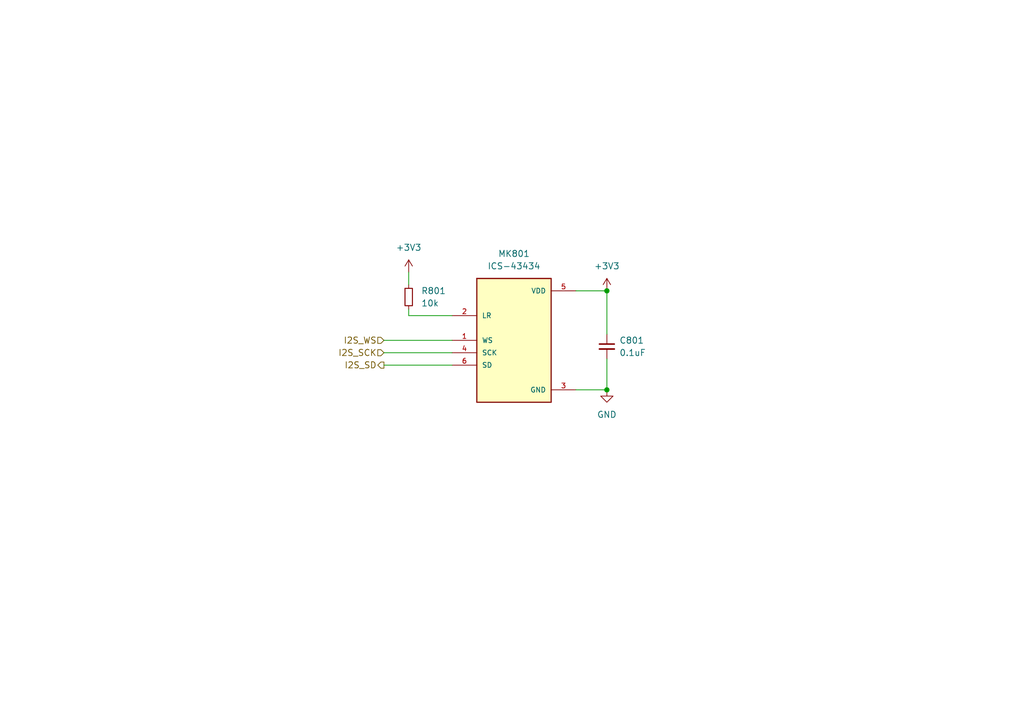
<source format=kicad_sch>
(kicad_sch (version 20211123) (generator eeschema)
  (paper "A5")
  (title_block (title "${Title}") (date "2022-06-24") (rev "${Revision}") (company "Connor Rigby") (comment 1 "https://github.com/miata-bot/can-link") (comment 2 "https://cone.codes"))
  (lib_symbols
    (symbol "ConeCodes:ICS-43434" (pin_names (offset 1.016))
      (property "Reference" "MK" (at -7.6708 12.7762 0))
      (property "Value" "ICS-43434" (at -7.6708 -15.3416 0))
      (symbol "ICS-43434_0_0"
        (rectangle (start -7.62 -12.7) (end 7.62 12.7) (stroke (width 0.254)) (fill (type background)))
        (pin input line (at -12.7 0 0) (length 5.08) (name "WS") (number "1"))
        (pin input line (at -12.7 5.08 0) (length 5.08) (name "LR") (number "2"))
        (pin power_in line (at 12.7 -10.16 180) (length 5.08) (name "GND") (number "3"))
        (pin input line (at -12.7 -2.54 0) (length 5.08) (name "SCK") (number "4"))
        (pin power_in line (at 12.7 10.16 180) (length 5.08) (name "VDD") (number "5"))
        (pin output line (at -12.7 -5.08 0) (length 5.08) (name "SD") (number "6"))
      )
    )
    (symbol "Device:C_Small" (pin_numbers hide) (pin_names (offset 0.254) hide)
      (property "Reference" "C" (at 0.254 1.778 0))
      (property "Value" "C_Small" (at 0.254 -2.032 0))
      (symbol "C_Small_0_1"
        (polyline (pts (xy -1.524 -0.508) (xy 1.524 -0.508)) (stroke (width 0.3302)))
        (polyline (pts (xy -1.524 0.508) (xy 1.524 0.508)) (stroke (width 0.3048)))
      )
      (symbol "C_Small_1_1"
        (pin passive line (at 0 2.54 270) (length 2.032) (name "~") (number "1"))
        (pin passive line (at 0 -2.54 90) (length 2.032) (name "~") (number "2"))
      )
    )
    (symbol "Device:R_Small" (pin_numbers hide) (pin_names (offset 0.254) hide)
      (property "Reference" "R" (at 0.762 0.508 0))
      (property "Value" "R_Small" (at 0.762 -1.016 0))
      (symbol "R_Small_0_1"
        (rectangle (start -0.762 1.778) (end 0.762 -1.778) (stroke (width 0.2032)))
      )
      (symbol "R_Small_1_1"
        (pin passive line (at 0 2.54 270) (length 0.762) (name "~") (number "1"))
        (pin passive line (at 0 -2.54 90) (length 0.762) (name "~") (number "2"))
      )
    )
    (symbol "power:+3V3" (power) (pin_names (offset 0))
      (property "Value" "+3V3" (at 0 3.556 0))
      (symbol "+3V3_0_1"
        (polyline (pts (xy -0.762 1.27) (xy 0 2.54)))
        (polyline (pts (xy 0 0) (xy 0 2.54)))
        (polyline (pts (xy 0 2.54) (xy 0.762 1.27)))
      )
      (symbol "+3V3_1_1"
        (pin power_in line (at 0 0 90) (length 0) hide (name "+3V3") (number "1"))
      )
    )
    (symbol "power:GND" (power) (pin_names (offset 0))
      (property "Value" "GND" (at 0 -3.81 0))
      (symbol "GND_0_1"
        (polyline (pts (xy 0 0) (xy 0 -1.27) (xy 1.27 -1.27) (xy 0 -2.54) (xy -1.27 -1.27) (xy 0 -1.27)))
      )
      (symbol "GND_1_1"
        (pin power_in line (at 0 0 270) (length 0) hide (name "GND") (number "1"))
      )
    )
  )
  (junction (at 124.46 80.01))
  (junction (at 124.46 59.69))
  (wire (pts (xy 78.74 72.39) (xy 92.71 72.39)))
  (wire (pts (xy 124.46 80.01) (xy 124.46 73.66)))
  (wire (pts (xy 124.46 68.58) (xy 124.46 59.69)))
  (wire (pts (xy 83.82 64.77) (xy 92.71 64.77)))
  (wire (pts (xy 78.74 69.85) (xy 92.71 69.85)))
  (wire (pts (xy 124.46 59.69) (xy 118.11 59.69)))
  (wire (pts (xy 78.74 74.93) (xy 92.71 74.93)))
  (wire (pts (xy 118.11 80.01) (xy 124.46 80.01)))
  (wire (pts (xy 83.82 55.88) (xy 83.82 58.42)))
  (wire (pts (xy 83.82 63.5) (xy 83.82 64.77)))
  (hierarchical_label "I2S_SD" (shape output) (at 78.74 74.93 180))
  (hierarchical_label "I2S_SCK" (shape input) (at 78.74 72.39 180))
  (hierarchical_label "I2S_WS" (shape input) (at 78.74 69.85 180))
  (symbol (lib_id "power:+3V3") (at 124.46 59.69 0) (unit 1)
    (property "Reference" "#PWR0116" (effects hide))
    (property "Value" "+3V3" (at 124.46 54.61 0))
  )
  (symbol (lib_id "Device:C_Small") (at 124.46 71.12 0) (unit 1)
    (property "Reference" "C801" (at 127 69.8562 0) (effects (justify left)))
    (property "Value" "0.1uF" (at 127 72.3962 0) (effects (justify left)))
    (property "Footprint" "Capacitor_SMD:C_0402_1005Metric" (effects hide))
    (property "Description" "CAP CER 0.1UF 25V X7R" (effects hide))
    (property "Digikey" "0402B104K250HI" (effects hide))
  )
  (symbol (lib_id "power:GND") (at 124.46 80.01 0) (unit 1)
    (property "Reference" "#PWR0115" (effects hide))
    (property "Value" "GND" (at 124.46 85.09 0))
  )
  (symbol (lib_id "ConeCodes:ICS-43434") (at 105.41 69.85 0) (unit 1)
    (property "Reference" "MK801" (at 105.41 52.07 0))
    (property "Value" "ICS-43434" (at 105.41 54.61 0))
    (property "Footprint" "ConeCodes:MIC_ICS-43434" (effects hide))
    (property "Datasheet" "https://invensense.tdk.com/wp-content/uploads/2016/02/DS-000069-ICS-43434-v1.2.pdf?ref_disty=digikey" (effects hide))
    (property "Digikey" "ICS-43434" (effects hide))
    (property "Description" "MICROPHONE MEMS DIGITAL I2S OMNI" (effects hide))
  )
  (symbol (lib_id "power:+3V3") (at 83.82 55.88 0) (unit 1)
    (property "Reference" "#PWR0117" (effects hide))
    (property "Value" "+3V3" (at 83.82 50.8 0))
  )
  (symbol (lib_id "Device:R_Small") (at 83.82 60.96 180) (unit 1)
    (property "Reference" "R801" (at 86.36 59.6899 0) (effects (justify right)))
    (property "Value" "10k" (at 86.36 62.2299 0) (effects (justify right)))
    (property "Footprint" "Resistor_SMD:R_0402_1005Metric" (effects hide))
    (property "Description" "RES 10K OHM 5% 1/16W 0402" (effects hide))
    (property "Digikey" "RMCF0402JT10K0" (effects hide))
  )
)
</source>
